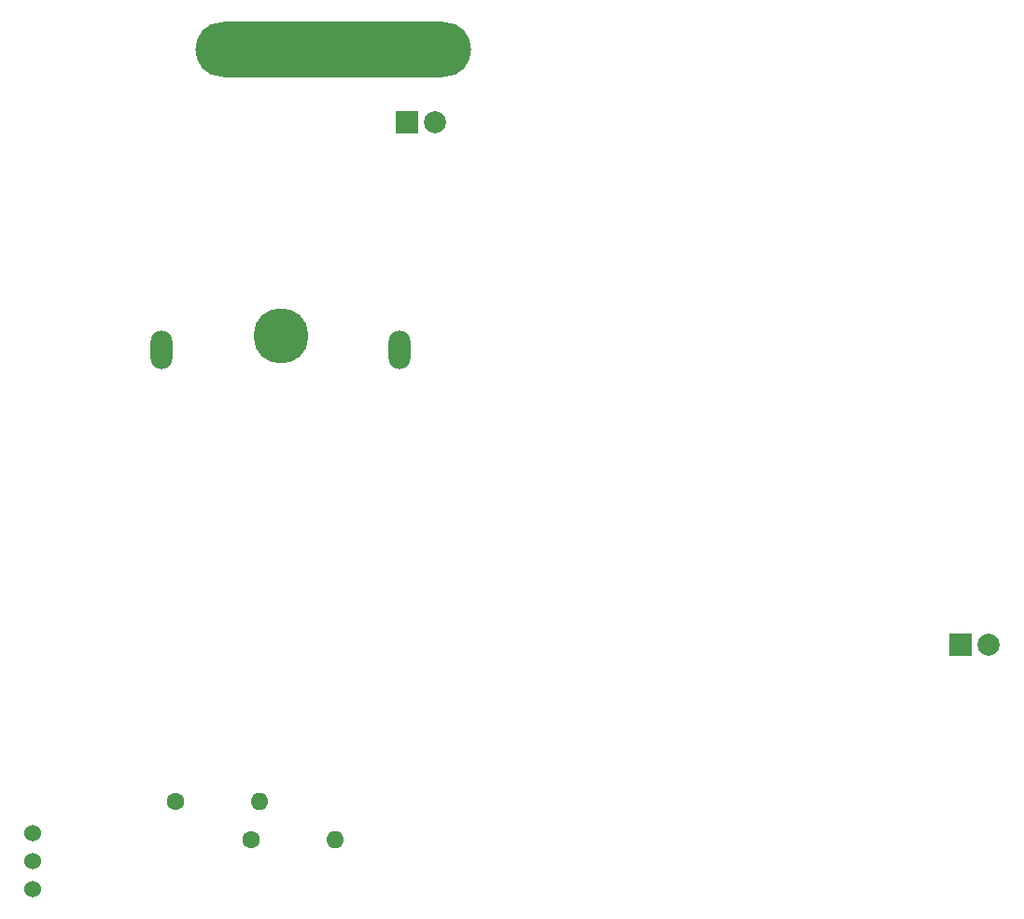
<source format=gbr>
%TF.GenerationSoftware,KiCad,Pcbnew,8.0.5*%
%TF.CreationDate,2025-02-18T12:13:13+00:00*%
%TF.ProjectId,robin,726f6269-6e2e-46b6-9963-61645f706362,v2*%
%TF.SameCoordinates,Original*%
%TF.FileFunction,Soldermask,Bot*%
%TF.FilePolarity,Negative*%
%FSLAX46Y46*%
G04 Gerber Fmt 4.6, Leading zero omitted, Abs format (unit mm)*
G04 Created by KiCad (PCBNEW 8.0.5) date 2025-02-18 12:13:13*
%MOMM*%
%LPD*%
G01*
G04 APERTURE LIST*
%ADD10R,2.000000X2.000000*%
%ADD11C,2.000000*%
%ADD12C,1.600000*%
%ADD13O,1.600000X1.600000*%
%ADD14O,2.000000X3.500000*%
%ADD15C,5.000000*%
%ADD16C,1.524000*%
%ADD17O,25.000000X5.000000*%
G04 APERTURE END LIST*
D10*
%TO.C,LED1*%
X145770600Y-63144400D03*
D11*
X148310600Y-63144400D03*
%TD*%
D10*
%TO.C,LED2*%
X195986400Y-110540800D03*
D11*
X198526400Y-110540800D03*
%TD*%
D12*
%TO.C,Resistor 1*%
X124739400Y-124714000D03*
D13*
X132359400Y-124714000D03*
%TD*%
D12*
%TO.C,Resistor 2*%
X131597400Y-128219200D03*
D13*
X139217400Y-128219200D03*
%TD*%
D14*
%TO.C,BAT1*%
X145110200Y-83769200D03*
X123510200Y-83769200D03*
D15*
X134310200Y-82499200D03*
%TD*%
D16*
%TO.C,Switch*%
X111836200Y-127584200D03*
X111836200Y-130124200D03*
X111836200Y-132664200D03*
%TD*%
D17*
%TO.C,wire hanging pad*%
X139082780Y-56504840D03*
%TD*%
M02*

</source>
